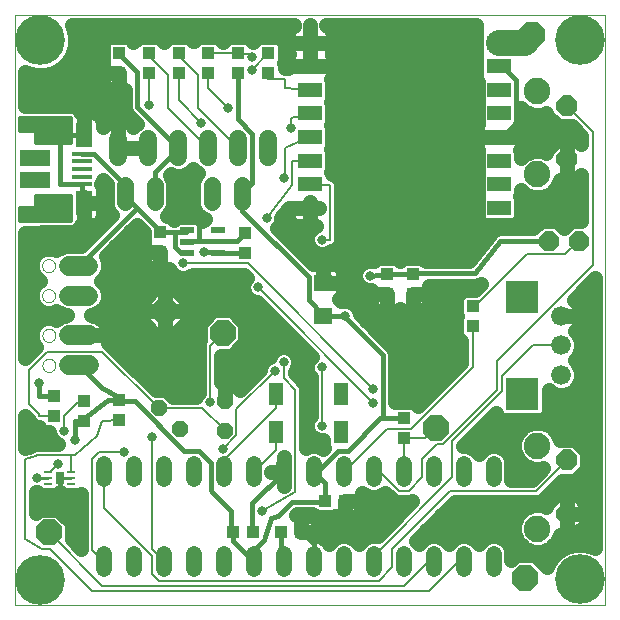
<source format=gbl>
G75*
%MOIN*%
%OFA0B0*%
%FSLAX24Y24*%
%IPPOS*%
%LPD*%
%AMOC8*
5,1,8,0,0,1.08239X$1,22.5*
%
%ADD10C,0.0000*%
%ADD11R,0.0630X0.0551*%
%ADD12R,0.0394X0.0433*%
%ADD13R,0.0433X0.0394*%
%ADD14R,0.0472X0.0217*%
%ADD15C,0.0520*%
%ADD16R,0.0512X0.0748*%
%ADD17R,0.0673X0.0157*%
%ADD18R,0.0575X0.0787*%
%ADD19R,0.0984X0.0541*%
%ADD20C,0.0160*%
%ADD21C,0.0560*%
%ADD22OC8,0.0660*%
%ADD23OC8,0.0850*%
%ADD24OC8,0.0700*%
%ADD25C,0.0885*%
%ADD26C,0.0660*%
%ADD27R,0.1102X0.1102*%
%ADD28C,0.0600*%
%ADD29C,0.0650*%
%ADD30OC8,0.0520*%
%ADD31R,0.0276X0.0110*%
%ADD32R,0.0276X0.0433*%
%ADD33R,0.0787X0.0512*%
%ADD34C,0.0317*%
%ADD35C,0.0114*%
%ADD36C,0.0500*%
%ADD37C,0.0199*%
%ADD38C,0.0080*%
%ADD39C,0.1660*%
%ADD40C,0.0860*%
D10*
X000350Y000350D02*
X000350Y020035D01*
X020035Y020035D01*
X020035Y000350D01*
X000350Y000350D01*
X001267Y008344D02*
X001269Y008373D01*
X001275Y008401D01*
X001284Y008429D01*
X001297Y008455D01*
X001314Y008478D01*
X001333Y008500D01*
X001355Y008519D01*
X001380Y008534D01*
X001406Y008547D01*
X001434Y008555D01*
X001462Y008560D01*
X001491Y008561D01*
X001520Y008558D01*
X001548Y008551D01*
X001575Y008541D01*
X001601Y008527D01*
X001624Y008510D01*
X001645Y008490D01*
X001663Y008467D01*
X001678Y008442D01*
X001689Y008415D01*
X001697Y008387D01*
X001701Y008358D01*
X001701Y008330D01*
X001697Y008301D01*
X001689Y008273D01*
X001678Y008246D01*
X001663Y008221D01*
X001645Y008198D01*
X001624Y008178D01*
X001601Y008161D01*
X001575Y008147D01*
X001548Y008137D01*
X001520Y008130D01*
X001491Y008127D01*
X001462Y008128D01*
X001434Y008133D01*
X001406Y008141D01*
X001380Y008154D01*
X001355Y008169D01*
X001333Y008188D01*
X001314Y008210D01*
X001297Y008233D01*
X001284Y008259D01*
X001275Y008287D01*
X001269Y008315D01*
X001267Y008344D01*
X001267Y009344D02*
X001269Y009373D01*
X001275Y009401D01*
X001284Y009429D01*
X001297Y009455D01*
X001314Y009478D01*
X001333Y009500D01*
X001355Y009519D01*
X001380Y009534D01*
X001406Y009547D01*
X001434Y009555D01*
X001462Y009560D01*
X001491Y009561D01*
X001520Y009558D01*
X001548Y009551D01*
X001575Y009541D01*
X001601Y009527D01*
X001624Y009510D01*
X001645Y009490D01*
X001663Y009467D01*
X001678Y009442D01*
X001689Y009415D01*
X001697Y009387D01*
X001701Y009358D01*
X001701Y009330D01*
X001697Y009301D01*
X001689Y009273D01*
X001678Y009246D01*
X001663Y009221D01*
X001645Y009198D01*
X001624Y009178D01*
X001601Y009161D01*
X001575Y009147D01*
X001548Y009137D01*
X001520Y009130D01*
X001491Y009127D01*
X001462Y009128D01*
X001434Y009133D01*
X001406Y009141D01*
X001380Y009154D01*
X001355Y009169D01*
X001333Y009188D01*
X001314Y009210D01*
X001297Y009233D01*
X001284Y009259D01*
X001275Y009287D01*
X001269Y009315D01*
X001267Y009344D01*
X001259Y010670D02*
X001261Y010699D01*
X001267Y010727D01*
X001276Y010755D01*
X001289Y010781D01*
X001306Y010804D01*
X001325Y010826D01*
X001347Y010845D01*
X001372Y010860D01*
X001398Y010873D01*
X001426Y010881D01*
X001454Y010886D01*
X001483Y010887D01*
X001512Y010884D01*
X001540Y010877D01*
X001567Y010867D01*
X001593Y010853D01*
X001616Y010836D01*
X001637Y010816D01*
X001655Y010793D01*
X001670Y010768D01*
X001681Y010741D01*
X001689Y010713D01*
X001693Y010684D01*
X001693Y010656D01*
X001689Y010627D01*
X001681Y010599D01*
X001670Y010572D01*
X001655Y010547D01*
X001637Y010524D01*
X001616Y010504D01*
X001593Y010487D01*
X001567Y010473D01*
X001540Y010463D01*
X001512Y010456D01*
X001483Y010453D01*
X001454Y010454D01*
X001426Y010459D01*
X001398Y010467D01*
X001372Y010480D01*
X001347Y010495D01*
X001325Y010514D01*
X001306Y010536D01*
X001289Y010559D01*
X001276Y010585D01*
X001267Y010613D01*
X001261Y010641D01*
X001259Y010670D01*
X001259Y011670D02*
X001261Y011699D01*
X001267Y011727D01*
X001276Y011755D01*
X001289Y011781D01*
X001306Y011804D01*
X001325Y011826D01*
X001347Y011845D01*
X001372Y011860D01*
X001398Y011873D01*
X001426Y011881D01*
X001454Y011886D01*
X001483Y011887D01*
X001512Y011884D01*
X001540Y011877D01*
X001567Y011867D01*
X001593Y011853D01*
X001616Y011836D01*
X001637Y011816D01*
X001655Y011793D01*
X001670Y011768D01*
X001681Y011741D01*
X001689Y011713D01*
X001693Y011684D01*
X001693Y011656D01*
X001689Y011627D01*
X001681Y011599D01*
X001670Y011572D01*
X001655Y011547D01*
X001637Y011524D01*
X001616Y011504D01*
X001593Y011487D01*
X001567Y011473D01*
X001540Y011463D01*
X001512Y011456D01*
X001483Y011453D01*
X001454Y011454D01*
X001426Y011459D01*
X001398Y011467D01*
X001372Y011480D01*
X001347Y011495D01*
X001325Y011514D01*
X001306Y011536D01*
X001289Y011559D01*
X001276Y011585D01*
X001267Y011613D01*
X001261Y011641D01*
X001259Y011670D01*
D11*
X010635Y011106D03*
X010635Y010003D03*
D12*
X012755Y010712D03*
X012755Y011381D03*
X013618Y011377D03*
X013618Y010708D03*
X008032Y012093D03*
X008032Y012762D03*
X005179Y012786D03*
X005179Y012117D03*
X003814Y018089D03*
X003814Y018758D03*
X006789Y018758D03*
X006789Y018089D03*
D13*
X007787Y018089D03*
X008807Y018089D03*
X008807Y018758D03*
X007787Y018758D03*
X005812Y018758D03*
X004812Y018758D03*
X004812Y018089D03*
X005812Y018089D03*
X015613Y010319D03*
X015613Y009650D03*
X013327Y006585D03*
X013327Y005916D03*
X011372Y003824D03*
X010703Y003824D03*
X009905Y002795D03*
X009236Y002795D03*
X008277Y002805D03*
X007608Y002805D03*
X003812Y006508D03*
X002669Y006501D03*
X001656Y006643D03*
X001656Y007312D03*
X002669Y007170D03*
X003812Y007177D03*
D14*
X006095Y012096D03*
X006095Y012470D03*
X006095Y012844D03*
X007119Y012844D03*
X007119Y012096D03*
D15*
X007317Y005065D02*
X007317Y004545D01*
X006317Y004545D02*
X006317Y005065D01*
X005317Y005065D02*
X005317Y004545D01*
X004317Y004545D02*
X004317Y005065D01*
X003317Y005065D02*
X003317Y004545D01*
X003317Y002065D02*
X003317Y001545D01*
X004317Y001545D02*
X004317Y002065D01*
X005317Y002065D02*
X005317Y001545D01*
X006317Y001545D02*
X006317Y002065D01*
X007317Y002065D02*
X007317Y001545D01*
X008317Y001545D02*
X008317Y002065D01*
X009317Y002065D02*
X009317Y001545D01*
X010317Y001545D02*
X010317Y002065D01*
X011317Y002065D02*
X011317Y001545D01*
X012317Y001545D02*
X012317Y002065D01*
X013317Y002065D02*
X013317Y001545D01*
X014317Y001545D02*
X014317Y002065D01*
X015317Y002065D02*
X015317Y001545D01*
X016317Y001545D02*
X016317Y002065D01*
X016317Y004545D02*
X016317Y005065D01*
X015317Y005065D02*
X015317Y004545D01*
X014317Y004545D02*
X014317Y005065D01*
X013317Y005065D02*
X013317Y004545D01*
X012317Y004545D02*
X012317Y005065D01*
X011317Y005065D02*
X011317Y004545D01*
X010317Y004545D02*
X010317Y005065D01*
X009317Y005065D02*
X009317Y004545D01*
X008317Y004545D02*
X008317Y005065D01*
D16*
X009049Y006125D03*
X011214Y006125D03*
X011214Y007385D03*
X009049Y007385D03*
D17*
X002598Y014382D03*
X002598Y014638D03*
X002598Y014894D03*
X002598Y015150D03*
X002598Y015406D03*
D18*
X002649Y016036D03*
X002649Y013752D03*
D19*
X001011Y014525D03*
X001011Y015263D03*
D20*
X001069Y015779D02*
X002179Y015779D01*
X002179Y016596D01*
X001167Y016596D01*
X001169Y016595D01*
X000539Y016595D01*
X000537Y016200D01*
X001069Y016200D01*
X002179Y016200D01*
X002179Y016042D02*
X001069Y016042D01*
X001069Y016200D02*
X001069Y015779D01*
X001069Y015883D02*
X002179Y015883D01*
X001850Y016036D02*
X001850Y014378D01*
X002598Y014378D01*
X002598Y014382D01*
X002602Y014381D01*
X002602Y013807D01*
X002649Y013759D01*
X002649Y013752D01*
X002179Y013823D02*
X001069Y013823D01*
X001069Y013981D02*
X002179Y013981D01*
X002179Y014002D02*
X001069Y014002D01*
X001069Y013581D01*
X000537Y013581D01*
X000535Y013184D01*
X001165Y013184D01*
X001167Y013185D01*
X002179Y013185D01*
X002179Y014002D01*
X002179Y013664D02*
X001069Y013664D01*
X000537Y013506D02*
X002179Y013506D01*
X002179Y013347D02*
X000536Y013347D01*
X000535Y013189D02*
X002179Y013189D01*
X004019Y013988D02*
X004021Y014070D01*
X004019Y014074D01*
X004019Y014374D01*
X002988Y015405D01*
X002602Y015405D01*
X002598Y015406D01*
X002649Y016036D02*
X001850Y016036D01*
X002179Y016359D02*
X000538Y016359D01*
X000538Y016517D02*
X002179Y016517D01*
X004429Y016964D02*
X005799Y015594D01*
X005804Y015589D01*
X005767Y015515D01*
X005027Y014775D01*
X005027Y014074D01*
X005021Y014070D01*
X004409Y013598D02*
X002484Y011673D01*
X002476Y011670D01*
X004409Y013598D02*
X005145Y012862D01*
X005179Y012786D01*
X005185Y012791D01*
X005696Y012791D01*
X005696Y012295D01*
X005893Y012098D01*
X006090Y012098D01*
X006095Y012096D01*
X006641Y012130D02*
X007043Y012130D01*
X007119Y012096D01*
X007122Y012098D01*
X008027Y012098D01*
X008032Y012093D01*
X007744Y012476D02*
X008027Y012759D01*
X008032Y012762D01*
X007744Y012476D02*
X006492Y012476D01*
X006492Y013019D01*
X006397Y013114D01*
X005673Y013114D01*
X006090Y012838D02*
X006095Y012844D01*
X006090Y012838D02*
X006043Y012791D01*
X005696Y012791D01*
X006098Y012476D02*
X006095Y012470D01*
X006098Y012476D02*
X006492Y012476D01*
X007933Y013507D02*
X010153Y011287D01*
X010153Y010515D01*
X010594Y010074D01*
X010635Y010003D01*
X010641Y010004D01*
X011358Y010004D01*
X011389Y009925D01*
X012626Y008689D01*
X012626Y006578D01*
X013326Y006578D01*
X013327Y006585D01*
X012626Y006578D02*
X012531Y006578D01*
X011444Y005492D01*
X011137Y005492D01*
X010437Y004791D01*
X010317Y004805D01*
X010319Y004799D01*
X010696Y004421D01*
X010696Y003830D01*
X010703Y003824D01*
X010618Y003799D01*
X009594Y003799D01*
X009126Y003330D01*
X008907Y003252D01*
X008657Y002531D01*
X008177Y002051D01*
X008317Y001805D01*
X008311Y001807D01*
X007610Y002507D01*
X007610Y002799D01*
X007608Y002805D01*
X007555Y002870D01*
X007555Y003492D01*
X006925Y004122D01*
X006893Y004200D01*
X006893Y005090D01*
X006492Y005492D01*
X005996Y005492D01*
X004342Y007145D01*
X003885Y007145D01*
X003812Y007177D01*
X003756Y007334D01*
X003256Y007578D01*
X002492Y008342D01*
X002484Y008344D01*
X001161Y007752D02*
X001161Y007319D01*
X001656Y007312D01*
X002594Y006555D02*
X002619Y006572D01*
X002665Y006507D01*
X002669Y006501D01*
X002350Y006501D01*
X002350Y005850D01*
X002619Y006572D02*
X003474Y007185D01*
X003812Y007177D01*
X001850Y004600D02*
X001850Y003850D01*
X001100Y004600D02*
X001082Y004602D01*
X008263Y003752D02*
X008263Y003114D01*
X008271Y003106D01*
X008271Y002807D01*
X008277Y002805D01*
X009236Y002795D02*
X009240Y002791D01*
X009240Y001878D01*
X009311Y001807D01*
X009317Y001805D01*
X010311Y001807D02*
X010311Y002389D01*
X009909Y002791D01*
X009905Y002795D01*
X010850Y002795D01*
X010850Y002850D01*
X010817Y002850D01*
X010317Y001805D02*
X010311Y001807D01*
X008263Y003752D02*
X009311Y004799D01*
X009317Y004805D01*
X012189Y011334D02*
X012755Y011381D01*
X012759Y011381D01*
X013618Y011381D01*
X013618Y011377D01*
X013696Y011413D01*
X015696Y011413D01*
X016533Y012500D01*
X018153Y012500D01*
X018157Y012502D01*
X016578Y015941D02*
X016500Y015956D01*
X016498Y015958D01*
X016578Y015941D02*
X017059Y016421D01*
X017059Y017854D01*
X016626Y018287D01*
X016578Y018287D01*
X016500Y018319D01*
X016500Y018350D01*
X008271Y016074D02*
X008271Y014421D01*
X007917Y014067D01*
X007916Y014063D01*
X007933Y013980D01*
X007933Y013507D01*
X010200Y013594D02*
X010443Y013533D01*
X010200Y013594D01*
X010443Y013541D01*
X010200Y013594D01*
X008271Y016074D02*
X007791Y016555D01*
X007791Y018082D01*
X007787Y018089D01*
X004429Y018114D02*
X004429Y016964D01*
X004429Y018114D02*
X003815Y018728D01*
X003815Y018752D01*
X003814Y018758D01*
X004019Y013988D02*
X004409Y013598D01*
D21*
X004021Y013790D02*
X004021Y014350D01*
X005021Y014350D02*
X005021Y013790D01*
X006916Y013783D02*
X006916Y014343D01*
X007916Y014343D02*
X007916Y013783D01*
D22*
X018157Y012502D03*
X019157Y012502D03*
D23*
X014380Y006269D03*
X007280Y009422D03*
X005350Y010143D03*
X001486Y002777D03*
X017371Y001258D03*
X017600Y019350D03*
D24*
X018753Y016988D03*
X018753Y015208D03*
X018753Y005177D03*
X018753Y003397D03*
D25*
X017773Y002907D03*
X017773Y005667D03*
X017773Y014718D03*
X017773Y017478D03*
D26*
X018568Y009996D03*
X018568Y009011D03*
X018568Y008027D03*
D27*
X017268Y007397D03*
X017268Y010626D03*
D28*
X008804Y015289D02*
X008804Y015889D01*
X007804Y015889D02*
X007804Y015289D01*
X006804Y015289D02*
X006804Y015889D01*
X005804Y015889D02*
X005804Y015289D01*
X004804Y015289D02*
X004804Y015889D01*
X003804Y015889D02*
X003804Y015289D01*
D29*
X002801Y011670D02*
X002151Y011670D01*
X002151Y010670D02*
X002801Y010670D01*
X002809Y009344D02*
X002160Y009344D01*
X002160Y008344D02*
X002809Y008344D01*
D30*
X005153Y006930D03*
X005853Y006230D03*
X007351Y006170D03*
X007351Y007170D03*
D31*
X002239Y004797D03*
X002239Y004600D03*
X002239Y004403D03*
X001461Y004403D03*
X001461Y004600D03*
X001461Y004797D03*
D32*
X001850Y004600D03*
D33*
X010200Y013594D03*
X010200Y014381D03*
X010200Y015169D03*
X010200Y015956D03*
X010200Y016744D03*
X010200Y017531D03*
X010200Y018319D03*
X010200Y019106D03*
X016500Y019106D03*
X016500Y018319D03*
X016500Y017531D03*
X016500Y016744D03*
X016500Y015956D03*
X016500Y015169D03*
X016500Y014381D03*
X016500Y013594D03*
D34*
X012189Y011334D03*
X011358Y010004D03*
X009311Y008452D03*
X009027Y008169D03*
X010586Y008279D03*
X012303Y007570D03*
X012303Y007098D03*
X010586Y006334D03*
X007279Y005570D03*
X004933Y005941D03*
X003988Y005452D03*
X002350Y005850D03*
X001994Y006169D03*
X000626Y006100D03*
X001783Y005059D03*
X001082Y004602D03*
X001850Y003850D03*
X006846Y007114D03*
X001161Y007752D03*
X005956Y011744D03*
X006641Y012130D03*
X005673Y013114D03*
X008744Y013248D03*
X010586Y012535D03*
X008460Y010941D03*
X009311Y014602D03*
X009561Y016254D03*
X007468Y016925D03*
X006570Y016421D03*
X004815Y017035D03*
X008248Y018200D03*
X008256Y018610D03*
X008586Y003498D03*
X010817Y002850D03*
D35*
X002239Y004600D02*
X001850Y004600D01*
X001461Y004600D02*
X001100Y004600D01*
D36*
X001091Y004114D02*
X001136Y004068D01*
X001258Y004018D01*
X001665Y004018D01*
X001702Y004033D01*
X001850Y004033D01*
X001998Y004033D01*
X002035Y004018D01*
X002442Y004018D01*
X002563Y004068D01*
X002563Y002228D01*
X002241Y002549D01*
X002241Y003090D01*
X001799Y003532D01*
X001173Y003532D01*
X001061Y003419D01*
X001061Y004114D01*
X001091Y004114D01*
X001061Y003840D02*
X002563Y003840D01*
X002563Y003341D02*
X001990Y003341D01*
X002241Y002843D02*
X002563Y002843D01*
X002563Y002344D02*
X002446Y002344D01*
X001850Y004033D02*
X001850Y004132D01*
X001850Y004132D01*
X001850Y004033D01*
X001850Y004132D02*
X001850Y004132D01*
X000981Y005719D02*
X000948Y005705D01*
X000914Y005698D01*
X000881Y005677D01*
X000845Y005661D01*
X000821Y005636D01*
X000809Y005628D01*
X000700Y005596D01*
X000700Y006658D01*
X000784Y006574D01*
X000810Y006510D01*
X000837Y006443D01*
X000839Y006442D01*
X000839Y006440D01*
X000890Y006389D01*
X000940Y006338D01*
X000942Y006337D01*
X000944Y006336D01*
X001010Y006308D01*
X001075Y006280D01*
X001077Y006280D01*
X001080Y006279D01*
X001151Y006279D01*
X001152Y006279D01*
X001160Y006259D01*
X001253Y006167D01*
X001374Y006116D01*
X001505Y006116D01*
X001505Y006072D01*
X001580Y005892D01*
X001717Y005755D01*
X001785Y005727D01*
X001756Y005727D01*
X001754Y005728D01*
X001683Y005728D01*
X001611Y005729D01*
X001609Y005728D01*
X001134Y005728D01*
X001098Y005735D01*
X001061Y005728D01*
X001024Y005728D01*
X001004Y005719D01*
X000981Y005719D01*
X000700Y005834D02*
X001638Y005834D01*
X000952Y006332D02*
X000700Y006332D01*
X004252Y008326D02*
X006476Y008326D01*
X006476Y007828D02*
X004750Y007828D01*
X005058Y007520D02*
X003473Y009105D01*
X003445Y009116D01*
X003450Y009127D01*
X003472Y009212D01*
X003484Y009300D01*
X003484Y009344D01*
X003484Y009388D01*
X003472Y009476D01*
X003450Y009561D01*
X003416Y009643D01*
X003372Y009720D01*
X003318Y009790D01*
X003255Y009852D01*
X003185Y009906D01*
X003108Y009950D01*
X003027Y009984D01*
X002941Y010007D01*
X002878Y010016D01*
X002931Y010016D01*
X003172Y010115D01*
X003356Y010299D01*
X003456Y010540D01*
X003456Y010801D01*
X003356Y011041D01*
X003227Y011170D01*
X003356Y011299D01*
X003456Y011540D01*
X003456Y011801D01*
X003378Y011988D01*
X004409Y013018D01*
X004653Y012775D01*
X004653Y012504D01*
X004664Y012478D01*
X004646Y012435D01*
X004633Y012368D01*
X004633Y012117D01*
X005179Y012117D01*
X005179Y012117D01*
X004633Y012117D01*
X004633Y011866D01*
X004646Y011798D01*
X004672Y011735D01*
X004711Y011677D01*
X004760Y011628D01*
X004817Y011590D01*
X004881Y011564D01*
X004948Y011550D01*
X005179Y011550D01*
X005179Y012117D01*
X005179Y012117D01*
X005179Y011550D01*
X005411Y011550D01*
X005478Y011564D01*
X005499Y011572D01*
X005542Y011467D01*
X005680Y011330D01*
X005859Y011255D01*
X006053Y011255D01*
X006233Y011330D01*
X006277Y011374D01*
X007976Y011374D01*
X008089Y011261D01*
X008046Y011217D01*
X007972Y011038D01*
X007972Y010843D01*
X008046Y010664D01*
X008184Y010526D01*
X008363Y010452D01*
X008425Y010452D01*
X010247Y008631D01*
X010172Y008556D01*
X010098Y008376D01*
X010098Y008182D01*
X010172Y008002D01*
X010216Y007958D01*
X010216Y006655D01*
X010172Y006611D01*
X010098Y006431D01*
X010098Y006237D01*
X010172Y006058D01*
X010310Y005920D01*
X010489Y005846D01*
X010628Y005846D01*
X010628Y005685D01*
X010664Y005598D01*
X010637Y005571D01*
X010435Y005655D01*
X010200Y005655D01*
X010074Y005603D01*
X010074Y007605D01*
X010018Y007741D01*
X009914Y007845D01*
X009681Y008078D01*
X009681Y008132D01*
X009725Y008176D01*
X009799Y008355D01*
X009799Y008550D01*
X009725Y008729D01*
X009587Y008866D01*
X009408Y008941D01*
X009213Y008941D01*
X009034Y008866D01*
X008897Y008729D01*
X008854Y008626D01*
X008750Y008583D01*
X008613Y008446D01*
X008539Y008266D01*
X008539Y008204D01*
X007859Y007524D01*
X007604Y007780D01*
X007351Y007780D01*
X007216Y007780D01*
X007216Y008667D01*
X007593Y008667D01*
X008035Y009109D01*
X008035Y009735D01*
X007593Y010177D01*
X006967Y010177D01*
X006525Y009735D01*
X006525Y009179D01*
X006476Y009061D01*
X006476Y007435D01*
X006432Y007390D01*
X006392Y007295D01*
X005622Y007295D01*
X005397Y007520D01*
X005058Y007520D01*
X005588Y007329D02*
X006407Y007329D01*
X007351Y007329D02*
X007351Y007329D01*
X007351Y007170D02*
X007351Y007780D01*
X007351Y007170D01*
X007351Y007170D01*
X007216Y007828D02*
X008163Y007828D01*
X008564Y008326D02*
X007216Y008326D01*
X007750Y008825D02*
X008992Y008825D01*
X009629Y008825D02*
X010053Y008825D01*
X009555Y009323D02*
X008035Y009323D01*
X007948Y009822D02*
X009056Y009822D01*
X008558Y010320D02*
X006125Y010320D01*
X006125Y010464D02*
X006125Y010143D01*
X005350Y010143D01*
X005350Y010143D01*
X005350Y009368D01*
X005671Y009368D01*
X006125Y009822D01*
X006125Y010143D01*
X005350Y010143D01*
X005350Y010143D01*
X005350Y009368D01*
X005029Y009368D01*
X004575Y009822D01*
X004575Y010143D01*
X005350Y010143D01*
X005350Y010143D01*
X005350Y010918D01*
X005671Y010918D01*
X006125Y010464D01*
X005770Y010819D02*
X007982Y010819D01*
X008033Y011317D02*
X006202Y011317D01*
X005710Y011317D02*
X003363Y011317D01*
X003448Y010819D02*
X004929Y010819D01*
X005029Y010918D02*
X004575Y010464D01*
X004575Y010143D01*
X005350Y010143D01*
X005350Y010143D01*
X005350Y010918D01*
X005029Y010918D01*
X005350Y010819D02*
X005350Y010819D01*
X005350Y010320D02*
X005350Y010320D01*
X005350Y009822D02*
X005350Y009822D01*
X006124Y009822D02*
X006612Y009822D01*
X006525Y009323D02*
X003484Y009323D01*
X003484Y009344D02*
X002484Y009344D01*
X003484Y009344D01*
X003753Y008825D02*
X006476Y008825D01*
X004575Y009822D02*
X003286Y009822D01*
X003365Y010320D02*
X004575Y010320D01*
X002484Y009344D02*
X002484Y009344D01*
X002028Y010007D02*
X001942Y009984D01*
X001861Y009950D01*
X001784Y009906D01*
X001722Y009859D01*
X001597Y009910D01*
X001372Y009910D01*
X001164Y009824D01*
X001004Y009665D01*
X000918Y009457D01*
X000918Y009231D01*
X001004Y009023D01*
X001067Y008960D01*
X000700Y008593D01*
X000700Y012774D01*
X001106Y012774D01*
X001128Y012768D01*
X001187Y012774D01*
X001246Y012774D01*
X001249Y012775D01*
X002260Y012775D01*
X002411Y012838D01*
X002526Y012953D01*
X002549Y013009D01*
X002649Y013009D01*
X002649Y013752D01*
X002649Y013752D01*
X002649Y013009D01*
X002971Y013009D01*
X003039Y013022D01*
X003102Y013048D01*
X003160Y013087D01*
X003208Y013135D01*
X003247Y013193D01*
X003273Y013256D01*
X003287Y013324D01*
X003287Y013752D01*
X002649Y013752D01*
X002649Y013752D01*
X002649Y013953D01*
X002649Y013953D01*
X002649Y013752D01*
X002649Y013752D01*
X003287Y013752D01*
X003287Y014180D01*
X003277Y014230D01*
X003285Y014269D01*
X003285Y014382D01*
X003218Y014382D01*
X003218Y014382D01*
X003285Y014382D01*
X003285Y014495D01*
X003276Y014537D01*
X003411Y014402D01*
X003411Y013669D01*
X003504Y013444D01*
X003590Y013358D01*
X002556Y012325D01*
X002021Y012325D01*
X001781Y012225D01*
X001732Y012177D01*
X001589Y012237D01*
X001364Y012237D01*
X001155Y012151D01*
X000996Y011991D01*
X000910Y011783D01*
X000910Y011558D01*
X000996Y011349D01*
X001155Y011190D01*
X001203Y011170D01*
X001155Y011151D01*
X000996Y010991D01*
X000910Y010783D01*
X000910Y010558D01*
X000996Y010349D01*
X001155Y010190D01*
X001364Y010104D01*
X001589Y010104D01*
X001732Y010163D01*
X001781Y010115D01*
X002021Y010016D01*
X002091Y010016D01*
X002028Y010007D01*
X001161Y009822D02*
X000700Y009822D01*
X000700Y010320D02*
X001025Y010320D01*
X000924Y010819D02*
X000700Y010819D01*
X000700Y011317D02*
X001028Y011317D01*
X000923Y011816D02*
X000700Y011816D01*
X000700Y012314D02*
X001994Y012314D01*
X002350Y012813D02*
X003044Y012813D01*
X003705Y012314D02*
X004633Y012314D01*
X004615Y012813D02*
X004203Y012813D01*
X003542Y013311D02*
X003284Y013311D01*
X002649Y013311D02*
X002649Y013311D01*
X002649Y013810D02*
X002649Y013810D01*
X003287Y013810D02*
X003411Y013810D01*
X003411Y014308D02*
X003285Y014308D01*
X003804Y015589D02*
X003804Y015589D01*
X004154Y015589D01*
X004804Y015589D01*
X004804Y015589D01*
X003804Y015589D01*
X003804Y015589D01*
X003804Y016539D01*
X003847Y016539D01*
X003931Y016528D01*
X004013Y016506D01*
X004092Y016473D01*
X004166Y016431D01*
X004233Y016379D01*
X004294Y016319D01*
X004304Y016305D01*
X004314Y016319D01*
X004374Y016379D01*
X004408Y016405D01*
X004081Y016732D01*
X004019Y016883D01*
X004019Y017522D01*
X003814Y017522D01*
X003814Y018089D01*
X003814Y018089D01*
X003814Y017522D01*
X003582Y017522D01*
X003515Y017536D01*
X003451Y017562D01*
X003394Y017601D01*
X003345Y017649D01*
X003307Y017707D01*
X003280Y017770D01*
X003267Y017838D01*
X003267Y018089D01*
X003814Y018089D01*
X003814Y018089D01*
X003267Y018089D01*
X003267Y018340D01*
X003280Y018408D01*
X003298Y018450D01*
X003287Y018476D01*
X003287Y019040D01*
X003337Y019162D01*
X003430Y019255D01*
X003551Y019305D01*
X004076Y019305D01*
X004198Y019255D01*
X004290Y019162D01*
X004307Y019122D01*
X004315Y019142D01*
X004408Y019235D01*
X004530Y019285D01*
X005094Y019285D01*
X005215Y019235D01*
X005308Y019142D01*
X005312Y019133D01*
X005316Y019142D01*
X005409Y019235D01*
X005530Y019285D01*
X006094Y019285D01*
X006216Y019235D01*
X006305Y019145D01*
X006312Y019162D01*
X006405Y019255D01*
X006526Y019305D01*
X007051Y019305D01*
X007172Y019255D01*
X007265Y019162D01*
X007279Y019129D01*
X007285Y019129D01*
X007290Y019142D01*
X007383Y019235D01*
X007504Y019285D01*
X008069Y019285D01*
X008190Y019235D01*
X008283Y019142D01*
X008297Y019109D01*
X008310Y019142D01*
X008403Y019235D01*
X008524Y019285D01*
X009089Y019285D01*
X009210Y019235D01*
X009303Y019142D01*
X009353Y019021D01*
X009353Y018496D01*
X009323Y018424D01*
X009353Y018352D01*
X009353Y018255D01*
X009424Y018255D01*
X009457Y018242D01*
X009457Y018318D01*
X010200Y018318D01*
X010200Y018319D01*
X010200Y019106D01*
X010200Y019106D01*
X009457Y019106D01*
X009457Y019396D01*
X009470Y019464D01*
X009497Y019528D01*
X009535Y019585D01*
X009584Y019634D01*
X009641Y019672D01*
X009672Y019685D01*
X002246Y019685D01*
X002282Y019623D01*
X002361Y019328D01*
X002361Y019022D01*
X002282Y018727D01*
X002129Y018463D01*
X001913Y018247D01*
X001648Y018094D01*
X001353Y018015D01*
X001048Y018015D01*
X000753Y018094D01*
X000700Y018125D01*
X000700Y017005D01*
X001083Y017005D01*
X001085Y017006D01*
X001108Y017006D01*
X001129Y017012D01*
X001188Y017006D01*
X002260Y017006D01*
X002411Y016943D01*
X002526Y016828D01*
X002546Y016779D01*
X002649Y016779D01*
X002649Y016036D01*
X002649Y016036D01*
X002649Y016779D01*
X002971Y016779D01*
X003039Y016766D01*
X003102Y016740D01*
X003160Y016701D01*
X003208Y016653D01*
X003247Y016595D01*
X003273Y016532D01*
X003287Y016464D01*
X003287Y016283D01*
X003314Y016319D01*
X003374Y016379D01*
X003442Y016431D01*
X003516Y016473D01*
X003595Y016506D01*
X003677Y016528D01*
X003761Y016539D01*
X003804Y016539D01*
X003804Y015589D01*
X003804Y015804D02*
X003804Y015804D01*
X003804Y016302D02*
X003804Y016302D01*
X003302Y016302D02*
X003287Y016302D01*
X002649Y016302D02*
X002649Y016302D01*
X002538Y016801D02*
X004053Y016801D01*
X004019Y017299D02*
X000700Y017299D01*
X000700Y017798D02*
X003275Y017798D01*
X003267Y018296D02*
X001962Y018296D01*
X002300Y018795D02*
X003287Y018795D01*
X003523Y019293D02*
X002361Y019293D01*
X004105Y019293D02*
X006497Y019293D01*
X007080Y019293D02*
X009457Y019293D01*
X009457Y019106D02*
X009457Y018816D01*
X009470Y018748D01*
X009485Y018712D01*
X009470Y018676D01*
X009457Y018609D01*
X009457Y018319D01*
X010200Y018319D01*
X010200Y018319D01*
X010200Y018500D01*
X010200Y019106D01*
X009457Y019106D01*
X009461Y018795D02*
X009353Y018795D01*
X009353Y018296D02*
X009457Y018296D01*
X010200Y018319D02*
X010944Y018319D01*
X010944Y018609D01*
X010931Y018676D01*
X010916Y018712D01*
X010931Y018748D01*
X010944Y018816D01*
X010944Y019106D01*
X010944Y019396D01*
X010931Y019464D01*
X010904Y019528D01*
X010866Y019585D01*
X010817Y019634D01*
X010760Y019672D01*
X010728Y019685D01*
X015738Y019685D01*
X015738Y017780D01*
X015776Y017780D01*
X015776Y017210D01*
X015806Y017137D01*
X015776Y017065D01*
X015776Y016422D01*
X015795Y016376D01*
X015769Y016314D01*
X015756Y016247D01*
X015756Y015956D01*
X015756Y015666D01*
X015769Y015598D01*
X015795Y015536D01*
X015776Y015490D01*
X015776Y014847D01*
X015806Y014775D01*
X015776Y014703D01*
X015776Y014060D01*
X015806Y013988D01*
X015776Y013916D01*
X015776Y013273D01*
X015826Y013151D01*
X015919Y013058D01*
X016040Y013008D01*
X016959Y013008D01*
X017080Y013058D01*
X017173Y013151D01*
X017223Y013273D01*
X017223Y013916D01*
X017193Y013988D01*
X017223Y014060D01*
X017223Y014176D01*
X017336Y014063D01*
X017620Y013946D01*
X017927Y013946D01*
X018211Y014063D01*
X018428Y014280D01*
X018523Y014508D01*
X018753Y014508D01*
X018753Y015208D01*
X018753Y015208D01*
X018753Y015908D01*
X018463Y015908D01*
X018053Y015498D01*
X018053Y015438D01*
X017927Y015491D01*
X017620Y015491D01*
X017336Y015373D01*
X017223Y015260D01*
X017223Y015490D01*
X017204Y015536D01*
X017230Y015598D01*
X017243Y015666D01*
X017243Y015956D01*
X016500Y015956D01*
X016500Y015956D01*
X017243Y015956D01*
X017243Y016247D01*
X017230Y016314D01*
X017204Y016376D01*
X017223Y016422D01*
X017223Y016936D01*
X017336Y016823D01*
X017620Y016706D01*
X017927Y016706D01*
X018073Y016766D01*
X018073Y016706D01*
X018472Y016308D01*
X018916Y016308D01*
X019240Y015984D01*
X019240Y015712D01*
X019043Y015908D01*
X018753Y015908D01*
X018753Y015208D01*
X018753Y015208D01*
X018753Y014508D01*
X019043Y014508D01*
X019240Y014705D01*
X019240Y013162D01*
X018884Y013162D01*
X018657Y012935D01*
X018430Y013162D01*
X017884Y013162D01*
X017632Y012910D01*
X016587Y012910D01*
X016561Y012917D01*
X016507Y012910D01*
X016452Y012910D01*
X016426Y012899D01*
X016399Y012896D01*
X016352Y012868D01*
X016301Y012847D01*
X016282Y012828D01*
X016258Y012814D01*
X016224Y012771D01*
X016185Y012732D01*
X016175Y012707D01*
X015495Y011823D01*
X014052Y011823D01*
X014002Y011874D01*
X013880Y011924D01*
X013355Y011924D01*
X013234Y011874D01*
X013188Y011828D01*
X013139Y011877D01*
X013018Y011927D01*
X012493Y011927D01*
X012372Y011877D01*
X012308Y011813D01*
X012286Y011823D01*
X012091Y011823D01*
X011912Y011748D01*
X011775Y011611D01*
X011700Y011431D01*
X011700Y011237D01*
X011775Y011058D01*
X011912Y010920D01*
X012091Y010846D01*
X012209Y010846D01*
X012209Y010712D01*
X012755Y010712D01*
X012755Y010712D01*
X012209Y010712D01*
X012209Y010461D01*
X012222Y010393D01*
X012248Y010329D01*
X012287Y010272D01*
X012335Y010223D01*
X012393Y010185D01*
X012457Y010158D01*
X012524Y010145D01*
X012755Y010145D01*
X012755Y010712D01*
X012755Y010712D01*
X012755Y010145D01*
X012987Y010145D01*
X013054Y010158D01*
X013118Y010185D01*
X013175Y010223D01*
X013185Y010233D01*
X013198Y010220D01*
X013255Y010181D01*
X013319Y010155D01*
X013387Y010142D01*
X013618Y010142D01*
X013849Y010142D01*
X013917Y010155D01*
X013981Y010181D01*
X014038Y010220D01*
X014087Y010268D01*
X014125Y010326D01*
X014151Y010389D01*
X014165Y010457D01*
X014165Y010708D01*
X013618Y010708D01*
X013618Y010708D01*
X013618Y010142D01*
X013618Y010708D01*
X013618Y010708D01*
X014165Y010708D01*
X014165Y010959D01*
X014156Y011003D01*
X015642Y011003D01*
X015668Y010996D01*
X015723Y011003D01*
X015778Y011003D01*
X015803Y011013D01*
X015830Y011017D01*
X015878Y011044D01*
X015901Y011054D01*
X015693Y010846D01*
X015330Y010846D01*
X015209Y010796D01*
X015116Y010703D01*
X015066Y010582D01*
X015066Y010057D01*
X015096Y009985D01*
X015066Y009912D01*
X015066Y009387D01*
X015116Y009266D01*
X015209Y009173D01*
X015240Y009161D01*
X015240Y008432D01*
X013800Y006993D01*
X013731Y007062D01*
X013609Y007112D01*
X013045Y007112D01*
X013036Y007108D01*
X013036Y008770D01*
X012973Y008921D01*
X011846Y010048D01*
X011846Y010101D01*
X011772Y010280D01*
X011635Y010418D01*
X011455Y010492D01*
X011261Y010492D01*
X011220Y010475D01*
X011151Y010544D01*
X011173Y010558D01*
X011221Y010607D01*
X011260Y010664D01*
X011286Y010728D01*
X011300Y010796D01*
X011300Y011106D01*
X011300Y011416D01*
X011286Y011483D01*
X011260Y011547D01*
X011221Y011604D01*
X011173Y011653D01*
X011115Y011691D01*
X011052Y011718D01*
X010984Y011731D01*
X010635Y011731D01*
X010635Y011106D01*
X010635Y011106D01*
X011300Y011106D01*
X010635Y011106D01*
X010635Y011106D01*
X010635Y011731D01*
X010289Y011731D01*
X009103Y012917D01*
X009158Y012971D01*
X009232Y013150D01*
X009232Y013273D01*
X009457Y013562D01*
X009457Y013304D01*
X009470Y013236D01*
X009497Y013172D01*
X009535Y013115D01*
X009584Y013066D01*
X009641Y013028D01*
X009705Y013002D01*
X009772Y012988D01*
X010200Y012988D01*
X010200Y013594D01*
X009481Y013594D01*
X009481Y013594D01*
X010200Y013594D01*
X010200Y013594D01*
X010200Y013594D01*
X010200Y013796D01*
X010200Y013796D01*
X010200Y013594D01*
X010200Y013594D01*
X010200Y012988D01*
X010404Y012988D01*
X010310Y012949D01*
X010172Y012812D01*
X010098Y012632D01*
X010098Y012438D01*
X010172Y012258D01*
X010310Y012121D01*
X010489Y012047D01*
X010683Y012047D01*
X010863Y012121D01*
X010907Y012165D01*
X010924Y012165D01*
X011060Y012221D01*
X011164Y012325D01*
X011220Y012461D01*
X011220Y014342D01*
X011223Y014408D01*
X011220Y014415D01*
X011220Y014424D01*
X011195Y014484D01*
X011172Y014546D01*
X011167Y014552D01*
X011164Y014560D01*
X011117Y014606D01*
X011073Y014655D01*
X011065Y014658D01*
X011060Y014664D01*
X010999Y014689D01*
X010939Y014717D01*
X010931Y014717D01*
X010924Y014720D01*
X010917Y014720D01*
X010894Y014775D01*
X010924Y014847D01*
X010924Y015490D01*
X010894Y015563D01*
X010924Y015635D01*
X010924Y016278D01*
X010894Y016350D01*
X010924Y016422D01*
X010924Y017065D01*
X010894Y017137D01*
X010924Y017210D01*
X010924Y017853D01*
X010905Y017899D01*
X010931Y017961D01*
X010944Y018028D01*
X010944Y018318D01*
X010200Y018318D01*
X010200Y018319D01*
X010944Y018296D02*
X015738Y018296D01*
X015738Y017798D02*
X010924Y017798D01*
X010924Y017299D02*
X015776Y017299D01*
X015776Y016801D02*
X010924Y016801D01*
X010914Y016302D02*
X015767Y016302D01*
X015756Y015956D02*
X016500Y015956D01*
X015756Y015956D01*
X015756Y015804D02*
X010924Y015804D01*
X010924Y015305D02*
X015776Y015305D01*
X015793Y014807D02*
X010907Y014807D01*
X011220Y014308D02*
X015776Y014308D01*
X015776Y013810D02*
X011220Y013810D01*
X011220Y013311D02*
X015776Y013311D01*
X016257Y012813D02*
X011220Y012813D01*
X011152Y012314D02*
X015873Y012314D01*
X017223Y013311D02*
X019240Y013311D01*
X019240Y013810D02*
X017223Y013810D01*
X018440Y014308D02*
X019240Y014308D01*
X018753Y014807D02*
X018753Y014807D01*
X018753Y015305D02*
X018753Y015305D01*
X018753Y015804D02*
X018753Y015804D01*
X018359Y015804D02*
X017243Y015804D01*
X017232Y016302D02*
X018922Y016302D01*
X019148Y015804D02*
X019240Y015804D01*
X017390Y016801D02*
X017223Y016801D01*
X016500Y015956D02*
X016500Y015956D01*
X017223Y015305D02*
X017268Y015305D01*
X015738Y018795D02*
X010940Y018795D01*
X010944Y019106D02*
X010200Y019106D01*
X010200Y019685D01*
X010200Y019685D01*
X010200Y019106D01*
X010200Y019106D01*
X010200Y019106D01*
X010944Y019106D01*
X010944Y019293D02*
X015738Y019293D01*
X010200Y019293D02*
X010200Y019293D01*
X010200Y019106D02*
X010200Y019106D01*
X010200Y018795D02*
X010200Y018795D01*
X003814Y017798D02*
X003814Y017798D01*
X006304Y014898D02*
X006447Y014755D01*
X006460Y014750D01*
X006399Y014688D01*
X006306Y014464D01*
X006306Y013662D01*
X006399Y013437D01*
X006571Y013266D01*
X006683Y013219D01*
X006607Y013144D01*
X006518Y013232D01*
X006397Y013282D01*
X005793Y013282D01*
X005672Y013232D01*
X005643Y013203D01*
X005563Y013282D01*
X005442Y013333D01*
X005426Y013333D01*
X005538Y013444D01*
X005631Y013669D01*
X005631Y014471D01*
X005538Y014695D01*
X005533Y014701D01*
X005546Y014714D01*
X005679Y014659D01*
X005929Y014659D01*
X006161Y014755D01*
X006304Y014898D01*
X006212Y014807D02*
X006396Y014807D01*
X006306Y014308D02*
X005631Y014308D01*
X005631Y013810D02*
X006306Y013810D01*
X006525Y013311D02*
X005494Y013311D01*
X005179Y011816D02*
X005179Y011816D01*
X004643Y011816D02*
X003450Y011816D01*
X000918Y009323D02*
X000700Y009323D01*
X000700Y008825D02*
X000931Y008825D01*
X008907Y004805D02*
X009317Y004805D01*
X008907Y004805D01*
X008907Y004805D01*
X009317Y004805D02*
X009317Y004805D01*
X009317Y004325D01*
X009317Y004325D01*
X009317Y004805D01*
X009317Y004805D01*
X009317Y005282D01*
X009317Y005282D01*
X009317Y004805D01*
X009317Y004805D01*
X009334Y004805D01*
X009334Y004805D01*
X009317Y004805D01*
X009317Y004805D01*
X009317Y004837D02*
X009317Y004837D01*
X009317Y004338D02*
X009317Y004338D01*
X009764Y003389D02*
X010258Y003389D01*
X010300Y003347D01*
X010421Y003297D01*
X010985Y003297D01*
X011012Y003308D01*
X011054Y003290D01*
X011121Y003277D01*
X011372Y003277D01*
X011372Y003824D01*
X011372Y003824D01*
X011939Y003824D01*
X011939Y004055D01*
X011931Y004098D01*
X011983Y004045D01*
X012200Y003955D01*
X012435Y003955D01*
X012651Y004045D01*
X012703Y004096D01*
X012847Y003951D01*
X012951Y003847D01*
X013087Y003791D01*
X013550Y003791D01*
X013606Y003814D01*
X012443Y002652D01*
X012435Y002655D01*
X012200Y002655D01*
X011983Y002565D01*
X011817Y002400D01*
X011651Y002565D01*
X011435Y002655D01*
X011200Y002655D01*
X010983Y002565D01*
X010824Y002406D01*
X010783Y002463D01*
X010715Y002531D01*
X010637Y002587D01*
X010551Y002631D01*
X010471Y002657D01*
X010471Y002795D01*
X009905Y002795D01*
X009905Y002795D01*
X010471Y002795D01*
X010471Y003027D01*
X010458Y003094D01*
X010432Y003158D01*
X010393Y003215D01*
X010345Y003264D01*
X010287Y003302D01*
X010224Y003329D01*
X010156Y003342D01*
X009905Y003342D01*
X009905Y002795D01*
X009905Y002795D01*
X009905Y003342D01*
X009717Y003342D01*
X009764Y003389D01*
X009905Y003341D02*
X009905Y003341D01*
X010162Y003341D02*
X010315Y003341D01*
X010471Y002843D02*
X012634Y002843D01*
X013133Y003341D02*
X011791Y003341D01*
X011812Y003355D02*
X011861Y003404D01*
X011899Y003461D01*
X011925Y003525D01*
X011939Y003593D01*
X011939Y003824D01*
X011372Y003824D01*
X011372Y003824D01*
X011372Y003277D01*
X011623Y003277D01*
X011691Y003290D01*
X011755Y003317D01*
X011812Y003355D01*
X011372Y003341D02*
X011372Y003341D01*
X011939Y003840D02*
X012970Y003840D01*
X014573Y003341D02*
X017117Y003341D01*
X017118Y003345D02*
X017001Y003061D01*
X017001Y002753D01*
X017118Y002469D01*
X017336Y002252D01*
X017620Y002135D01*
X017927Y002135D01*
X018211Y002252D01*
X018428Y002469D01*
X018523Y002697D01*
X018753Y002697D01*
X018753Y003397D01*
X018753Y004097D01*
X018463Y004097D01*
X018053Y003687D01*
X018053Y003627D01*
X017927Y003680D01*
X017620Y003680D01*
X017336Y003562D01*
X017118Y003345D01*
X017809Y003791D02*
X017945Y003847D01*
X018595Y004497D01*
X019035Y004497D01*
X019433Y004895D01*
X019433Y005459D01*
X019035Y005857D01*
X018531Y005857D01*
X018428Y006105D01*
X018211Y006322D01*
X017927Y006440D01*
X017620Y006440D01*
X017336Y006322D01*
X017118Y006105D01*
X017001Y005821D01*
X017001Y005513D01*
X017118Y005229D01*
X017336Y005012D01*
X017620Y004895D01*
X017927Y004895D01*
X017959Y004908D01*
X017583Y004531D01*
X016907Y004531D01*
X016907Y005183D01*
X016817Y005399D01*
X016651Y005565D01*
X016435Y005655D01*
X016200Y005655D01*
X015983Y005565D01*
X015817Y005400D01*
X015651Y005565D01*
X015435Y005655D01*
X015303Y005655D01*
X015303Y005661D01*
X016397Y006756D01*
X016437Y006659D01*
X016530Y006566D01*
X016652Y006516D01*
X017885Y006516D01*
X018007Y006566D01*
X018099Y006659D01*
X018150Y006780D01*
X018150Y007512D01*
X018194Y007468D01*
X018436Y007367D01*
X018699Y007367D01*
X018942Y007468D01*
X019127Y007653D01*
X019228Y007896D01*
X019228Y008158D01*
X019127Y008401D01*
X019009Y008519D01*
X019127Y008638D01*
X019228Y008880D01*
X019228Y009143D01*
X019127Y009385D01*
X019023Y009489D01*
X019080Y009546D01*
X019134Y009617D01*
X019179Y009694D01*
X019213Y009777D01*
X019236Y009863D01*
X019248Y009951D01*
X019248Y009996D01*
X019248Y010040D01*
X019236Y010129D01*
X019213Y010215D01*
X019179Y010297D01*
X019134Y010374D01*
X019080Y010445D01*
X019017Y010508D01*
X018981Y010536D01*
X019685Y011241D01*
X019685Y002260D01*
X019627Y002293D01*
X019332Y002372D01*
X019027Y002372D01*
X018732Y002293D01*
X018467Y002140D01*
X018251Y001924D01*
X018099Y001660D01*
X018085Y001611D01*
X017684Y002013D01*
X017058Y002013D01*
X016907Y001862D01*
X016907Y002183D01*
X016817Y002399D01*
X016651Y002565D01*
X016435Y002655D01*
X016200Y002655D01*
X015983Y002565D01*
X015817Y002400D01*
X015651Y002565D01*
X015435Y002655D01*
X015200Y002655D01*
X014983Y002565D01*
X014817Y002400D01*
X014651Y002565D01*
X014435Y002655D01*
X014200Y002655D01*
X013983Y002565D01*
X013817Y002400D01*
X013724Y002492D01*
X015023Y003791D01*
X017809Y003791D01*
X017926Y003840D02*
X018206Y003840D01*
X018753Y003840D02*
X018753Y003840D01*
X018753Y004097D02*
X018753Y003397D01*
X018753Y003397D01*
X018753Y003397D01*
X018753Y002697D01*
X019043Y002697D01*
X019453Y003107D01*
X019453Y003397D01*
X018753Y003397D01*
X019453Y003397D01*
X019453Y003687D01*
X019043Y004097D01*
X018753Y004097D01*
X018436Y004338D02*
X019685Y004338D01*
X019685Y004837D02*
X019375Y004837D01*
X019433Y005335D02*
X019685Y005335D01*
X019685Y005834D02*
X019059Y005834D01*
X019685Y006332D02*
X018187Y006332D01*
X018150Y006831D02*
X019685Y006831D01*
X019685Y007329D02*
X018150Y007329D01*
X019199Y007828D02*
X019685Y007828D01*
X019685Y008326D02*
X019158Y008326D01*
X019205Y008825D02*
X019685Y008825D01*
X019685Y009323D02*
X019153Y009323D01*
X019225Y009822D02*
X019685Y009822D01*
X019248Y009996D02*
X018568Y009996D01*
X019248Y009996D01*
X019166Y010320D02*
X019685Y010320D01*
X019685Y010819D02*
X019263Y010819D01*
X018568Y009996D02*
X018568Y009996D01*
X015264Y010819D02*
X014165Y010819D01*
X014121Y010320D02*
X015066Y010320D01*
X015066Y009822D02*
X012072Y009822D01*
X012255Y010320D02*
X011732Y010320D01*
X012755Y010320D02*
X012755Y010320D01*
X012209Y010819D02*
X011300Y010819D01*
X011300Y011317D02*
X011700Y011317D01*
X012074Y011816D02*
X010204Y011816D01*
X010635Y011317D02*
X010635Y011317D01*
X012303Y011816D02*
X012310Y011816D01*
X010173Y012813D02*
X009207Y012813D01*
X009706Y012314D02*
X010149Y012314D01*
X010200Y013311D02*
X010200Y013311D01*
X010200Y013594D02*
X010480Y013594D01*
X010480Y013594D01*
X010200Y013594D01*
X010200Y013594D01*
X009457Y013311D02*
X009261Y013311D01*
X013618Y010320D02*
X013618Y010320D01*
X012571Y009323D02*
X015093Y009323D01*
X015240Y008825D02*
X013013Y008825D01*
X013036Y008326D02*
X015133Y008326D01*
X014635Y007828D02*
X013036Y007828D01*
X013036Y007329D02*
X014136Y007329D01*
X015973Y006332D02*
X017360Y006332D01*
X017006Y005834D02*
X015475Y005834D01*
X016844Y005335D02*
X017075Y005335D01*
X016907Y004837D02*
X017888Y004837D01*
X019301Y003840D02*
X019685Y003840D01*
X019685Y003341D02*
X019453Y003341D01*
X018753Y003341D02*
X018753Y003341D01*
X018753Y003397D02*
X018753Y003397D01*
X018753Y002843D02*
X018753Y002843D01*
X019189Y002843D02*
X019685Y002843D01*
X019685Y002344D02*
X019437Y002344D01*
X018921Y002344D02*
X018303Y002344D01*
X018206Y001846D02*
X017851Y001846D01*
X017244Y002344D02*
X016840Y002344D01*
X017001Y002843D02*
X014074Y002843D01*
X009905Y002843D02*
X009905Y002843D01*
X010074Y005834D02*
X010628Y005834D01*
X010098Y006332D02*
X010074Y006332D01*
X010074Y006831D02*
X010216Y006831D01*
X010216Y007329D02*
X010074Y007329D01*
X010216Y007828D02*
X009931Y007828D01*
X009787Y008326D02*
X010098Y008326D01*
D37*
X001850Y004600D03*
D38*
X001523Y004799D02*
X001468Y004799D01*
X001461Y004797D01*
X001523Y004799D02*
X001783Y005059D01*
X002240Y005319D02*
X002240Y004799D01*
X002239Y004797D01*
X002933Y005224D02*
X002933Y002185D01*
X003311Y001807D01*
X003317Y001805D01*
X003271Y000996D02*
X001492Y002775D01*
X001486Y002777D01*
X001256Y002232D02*
X000691Y002547D01*
X000691Y005208D01*
X001043Y005311D01*
X001059Y005350D01*
X001098Y005358D01*
X001681Y005358D01*
X002240Y005351D01*
X002240Y005319D01*
X002240Y005351D02*
X002350Y005350D01*
X003100Y005992D01*
X003271Y006492D01*
X003812Y006508D01*
X003307Y006507D01*
X002669Y007170D02*
X002395Y007090D01*
X002395Y007067D01*
X001994Y006665D01*
X001994Y006169D01*
X001656Y006643D02*
X001153Y006649D01*
X001153Y006728D01*
X000815Y007067D01*
X000815Y008185D01*
X001421Y008791D01*
X003263Y008791D01*
X005114Y006941D01*
X005153Y006930D01*
X005153Y006925D01*
X006602Y006925D01*
X007350Y006177D01*
X007351Y006170D01*
X007736Y006011D02*
X007295Y005570D01*
X007279Y005570D01*
X007319Y005200D02*
X007319Y004807D01*
X007317Y004805D01*
X007319Y005200D02*
X009043Y006925D01*
X009043Y007381D01*
X009049Y007385D01*
X009311Y007925D02*
X009704Y007531D01*
X009704Y004116D01*
X008586Y003498D01*
X008317Y004805D02*
X008319Y004807D01*
X009043Y005531D01*
X009043Y006122D01*
X009049Y006125D01*
X007736Y006011D02*
X007736Y006878D01*
X009027Y008169D01*
X009311Y007925D02*
X009311Y008452D01*
X010586Y008279D02*
X010586Y006334D01*
X012303Y007098D02*
X008460Y010941D01*
X008130Y011744D02*
X012303Y007570D01*
X012752Y006240D02*
X011319Y004807D01*
X011317Y004805D01*
X012317Y004805D02*
X012319Y004799D01*
X012523Y004799D01*
X013161Y004161D01*
X013476Y004161D01*
X013933Y004618D01*
X013933Y005224D01*
X014429Y005720D01*
X014610Y005720D01*
X016429Y007539D01*
X016429Y008507D01*
X019610Y011689D01*
X019610Y016137D01*
X018759Y016988D01*
X018753Y016988D01*
X010850Y014350D02*
X010246Y014376D01*
X010206Y014376D01*
X010200Y014381D01*
X010850Y014350D02*
X010850Y012535D01*
X010586Y012535D01*
X008744Y013248D02*
X009600Y014350D01*
X009600Y015163D01*
X010198Y015163D01*
X010200Y015169D01*
X010159Y015950D02*
X009350Y015600D01*
X009350Y014602D01*
X009311Y014602D01*
X007804Y015589D02*
X007799Y015594D01*
X006468Y016925D01*
X006468Y018019D01*
X005815Y018673D01*
X005815Y018752D01*
X005812Y018758D01*
X005468Y018019D02*
X004815Y018673D01*
X004815Y018752D01*
X004812Y018758D01*
X004812Y018089D02*
X004815Y018082D01*
X004815Y017035D01*
X005468Y016925D02*
X006799Y015594D01*
X006804Y015589D01*
X006570Y016421D02*
X005815Y017177D01*
X005815Y018082D01*
X005812Y018089D01*
X005468Y018019D02*
X005468Y016925D01*
X006791Y017602D02*
X007468Y016925D01*
X006791Y017602D02*
X006791Y018082D01*
X006789Y018089D01*
X007783Y018752D02*
X007787Y018758D01*
X007744Y018759D01*
X006791Y018759D01*
X006789Y018758D01*
X007787Y018758D02*
X007822Y018736D01*
X008130Y018736D01*
X008256Y018610D01*
X008248Y018200D02*
X008799Y018752D01*
X008807Y018758D01*
X008807Y018089D02*
X008807Y018082D01*
X008807Y017885D01*
X009350Y017885D01*
X009350Y017600D01*
X010159Y017533D01*
X010198Y017533D01*
X010200Y017531D01*
X010200Y016744D02*
X010198Y016738D01*
X010159Y016738D01*
X009561Y016600D01*
X009561Y016254D01*
X010159Y015950D02*
X010198Y015950D01*
X010200Y015956D01*
X015696Y010326D02*
X017421Y012051D01*
X018704Y012051D01*
X019153Y012500D01*
X019157Y012502D01*
X015696Y010326D02*
X015618Y010326D01*
X015613Y010319D01*
X015613Y009650D02*
X015610Y009649D01*
X015610Y008279D01*
X013570Y006240D01*
X012752Y006240D01*
X013327Y005916D02*
X013326Y005909D01*
X013326Y004815D01*
X013319Y004807D01*
X013317Y004805D01*
X014933Y004618D02*
X014933Y005815D01*
X016594Y007476D01*
X016594Y007996D01*
X017610Y009011D01*
X018568Y009011D01*
X014380Y006269D02*
X014374Y006263D01*
X014035Y005925D01*
X013366Y005925D01*
X013327Y005916D01*
X014933Y004618D02*
X012319Y002004D01*
X012319Y001807D01*
X012317Y001805D01*
X012933Y001618D02*
X012933Y002224D01*
X014870Y004161D01*
X017736Y004161D01*
X018752Y005177D01*
X018753Y005177D01*
X015317Y001805D02*
X015311Y001799D01*
X015114Y001799D01*
X014145Y000830D01*
X002917Y000830D01*
X001515Y002232D01*
X001256Y002232D01*
X003271Y000996D02*
X013311Y000996D01*
X014114Y001799D01*
X014311Y001799D01*
X014317Y001805D01*
X012933Y001618D02*
X012476Y001161D01*
X005161Y001161D01*
X004933Y001389D01*
X004933Y001988D01*
X003319Y003602D01*
X003319Y004799D01*
X003317Y004805D01*
X002933Y005224D02*
X003161Y005452D01*
X003988Y005452D01*
X004933Y005941D02*
X004933Y002216D01*
X005311Y001838D01*
X005311Y001807D01*
X005317Y001805D01*
X006846Y007114D02*
X006846Y008988D01*
X007279Y009421D01*
X007280Y009422D01*
X008130Y011744D02*
X005956Y011744D01*
D39*
X001201Y019175D03*
X019182Y019177D03*
X019179Y001212D03*
X001200Y001200D03*
D40*
X016500Y019106D02*
X017350Y019106D01*
X017594Y019350D01*
X017600Y019350D01*
M02*

</source>
